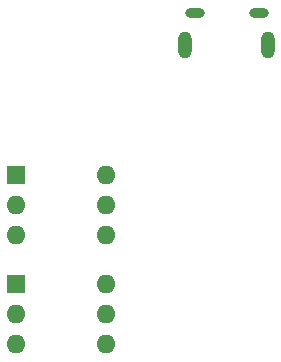
<source format=gbr>
%TF.GenerationSoftware,KiCad,Pcbnew,8.99.0-unknown*%
%TF.CreationDate,2024-04-30T21:24:50-04:00*%
%TF.ProjectId,reflowControl,7265666c-6f77-4436-9f6e-74726f6c2e6b,rev?*%
%TF.SameCoordinates,Original*%
%TF.FileFunction,Copper,L2,Bot*%
%TF.FilePolarity,Positive*%
%FSLAX46Y46*%
G04 Gerber Fmt 4.6, Leading zero omitted, Abs format (unit mm)*
G04 Created by KiCad (PCBNEW 8.99.0-unknown) date 2024-04-30 21:24:50*
%MOMM*%
%LPD*%
G01*
G04 APERTURE LIST*
%TA.AperFunction,ComponentPad*%
%ADD10R,1.600000X1.600000*%
%TD*%
%TA.AperFunction,ComponentPad*%
%ADD11O,1.600000X1.600000*%
%TD*%
%TA.AperFunction,ComponentPad*%
%ADD12O,1.650000X0.825000*%
%TD*%
%TA.AperFunction,ComponentPad*%
%ADD13O,1.150000X2.300000*%
%TD*%
G04 APERTURE END LIST*
D10*
%TO.P,U6,1*%
%TO.N,unconnected-(U6-Pad1)*%
X172852500Y-97975000D03*
D11*
%TO.P,U6,2*%
%TO.N,unconnected-(U6-Pad2)*%
X172852500Y-100515000D03*
%TO.P,U6,3,NC*%
%TO.N,unconnected-(U6-NC-Pad3)*%
X172852500Y-103055000D03*
%TO.P,U6,4*%
%TO.N,unconnected-(U6-Pad4)*%
X180472500Y-103055000D03*
%TO.P,U6,5*%
%TO.N,unconnected-(U6-Pad5)*%
X180472500Y-100515000D03*
%TO.P,U6,6*%
%TO.N,unconnected-(U6-Pad6)*%
X180472500Y-97975000D03*
%TD*%
D10*
%TO.P,U3,1*%
%TO.N,Net-(R1-Pad1)*%
X172852500Y-88775000D03*
D11*
%TO.P,U3,2*%
%TO.N,GND*%
X172852500Y-91315000D03*
%TO.P,U3,3,NC*%
%TO.N,unconnected-(U3-NC-Pad3)*%
X172852500Y-93855000D03*
%TO.P,U3,4*%
%TO.N,unconnected-(U3-Pad4)*%
X180472500Y-93855000D03*
%TO.P,U3,5*%
%TO.N,unconnected-(U3-Pad5)*%
X180472500Y-91315000D03*
%TO.P,U3,6*%
%TO.N,unconnected-(U3-Pad6)*%
X180472500Y-88775000D03*
%TD*%
D12*
%TO.P,J1,SH1,SHIELD1*%
%TO.N,unconnected-(J1-SHIELD1-PadSH1)*%
X187982500Y-75030000D03*
%TO.P,J1,SH3,SHIELD3*%
%TO.N,unconnected-(J1-SHIELD3-PadSH3)*%
X193382500Y-75030000D03*
D13*
%TO.P,J1,SH2,SHIELD2*%
%TO.N,unconnected-(J1-SHIELD2-PadSH2)*%
X187182500Y-77730000D03*
%TO.P,J1,SH4,SHIELD4*%
%TO.N,unconnected-(J1-SHIELD4-PadSH4)*%
X194182500Y-77730000D03*
%TD*%
M02*

</source>
